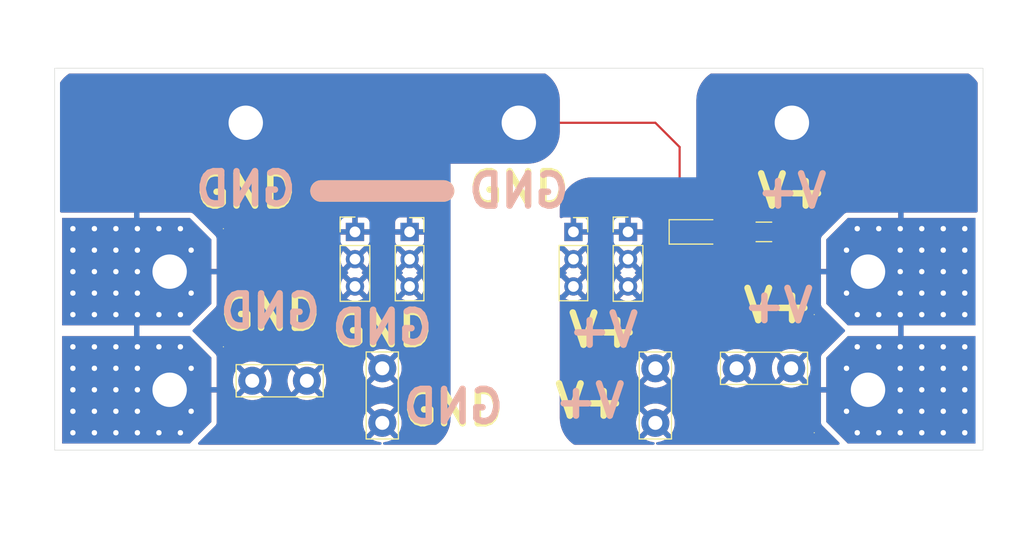
<source format=kicad_pcb>
(kicad_pcb (version 20241229) (generator "pcbnew") (generator_version "9.0")
  (layers (0 "F.Cu" signal) (2 "B.Cu" signal) (13 "F.Paste" user) (15 "B.Paste" user) (5 "F.SilkS" user "F.Silkscreen") (7 "B.SilkS" user "B.Silkscreen") (1 "F.Mask" user) (3 "B.Mask" user) (25 "Edge.Cuts" user))
  (net 0 "")
  (net 1 "Net-(D1-A)")
  (net 2 "GND")
  (net 3 "VDC")
  (footprint "TestPoint:TestPoint_Bridge_Pitch5.08mm_Drill1.3mm" (layer "F.Cu") (at 165.1 101.6 90)
    (property "Reference" "J9" (hide yes))
    (property "Value" "Female_Banana - 105-0752-001")
    (fp_line (start -1.5 -1.5) (end 6.6 -1.5) (stroke (width 0.12)) (layer "F.SilkS"))
    (fp_line (start -1.5 -1.5) (end -1.5 1.5) (stroke (width 0.12)) (layer "F.SilkS"))
    (fp_line (start 6.6 1.5) (end 6.6 -1.5) (stroke (width 0.12)) (layer "F.SilkS"))
    (fp_line (start 6.6 1.5) (end -1.5 1.5) (stroke (width 0.12)) (layer "F.SilkS"))
    (pad "1" thru_hole circle (at 0 0 90) (size 2.6 2.6) (drill 1.3) (layers "*.Cu" "*.Mask") (net 3 "VDC"))
    (pad "1" thru_hole circle (at 5.08 0 90) (size 2.6 2.6) (drill 1.3) (layers "*.Cu" "*.Mask") (net 3 "VDC"))
  )
  (footprint "MountingHole:MountingHole_3.2mm_M3_Pad" (layer "F.Cu") (at 177.8 73.66)
    (property "Reference" "J1" (hide yes))
    (property "Value" "Conn_01x01")
    (pad "1" thru_hole circle (at 0 0) (size 6.4 6.4) (drill 3.2) (layers "*.Cu" "*.Mask") (net 3 "VDC"))
  )
  (footprint "TestPoint:TestPoint_Bridge_Pitch5.08mm_Drill1.3mm" (layer "F.Cu") (at 127.605 97.68)
    (property "Reference" "J10" (hide yes))
    (property "Value" "Female_Banana - 105-0753-001")
    (fp_line (start -1.5 -1.5) (end -1.5 1.5) (stroke (width 0.12)) (layer "F.SilkS"))
    (fp_line (start -1.5 -1.5) (end 6.6 -1.5) (stroke (width 0.12)) (layer "F.SilkS"))
    (fp_line (start 6.6 1.5) (end -1.5 1.5) (stroke (width 0.12)) (layer "F.SilkS"))
    (fp_line (start 6.6 1.5) (end 6.6 -1.5) (stroke (width 0.12)) (layer "F.SilkS"))
    (pad "1" thru_hole circle (at 0 0) (size 2.6 2.6) (drill 1.3) (layers "*.Cu" "*.Mask") (net 2 "GND"))
    (pad "1" thru_hole circle (at 5.08 0) (size 2.6 2.6) (drill 1.3) (layers "*.Cu" "*.Mask") (net 2 "GND"))
  )
  (footprint "Connector_PinSocket_2.54mm:PinSocket_1x03_P2.54mm_Vertical" (layer "F.Cu") (at 157.48 83.82)
    (property "Reference" "J14" (hide yes))
    (property "Value" "Conn_01x03_Socket")
    (fp_line (start -1.33 1.27) (end -1.33 6.41) (stroke (width 0.12)) (layer "F.SilkS"))
    (fp_line (start -1.33 1.27) (end 1.33 1.27) (stroke (width 0.12)) (layer "F.SilkS"))
    (fp_line (start -1.33 6.41) (end 1.33 6.41) (stroke (width 0.12)) (layer "F.SilkS"))
    (fp_line (start 0 -1.33) (end 1.33 -1.33) (stroke (width 0.12)) (layer "F.SilkS"))
    (fp_line (start 1.33 -1.33) (end 1.33 0) (stroke (width 0.12)) (layer "F.SilkS"))
    (fp_line (start 1.33 1.27) (end 1.33 6.41) (stroke (width 0.12)) (layer "F.SilkS"))
    (pad "1" thru_hole rect (at 0 0) (size 1.7 1.7) (drill 1) (layers "*.Cu" "*.Mask") (net 3 "VDC"))
    (pad "2" thru_hole circle (at 0 2.54) (size 1.7 1.7) (drill 1) (layers "*.Cu" "*.Mask") (net 3 "VDC"))
    (pad "3" thru_hole circle (at 0 5.08) (size 1.7 1.7) (drill 1) (layers "*.Cu" "*.Mask") (net 3 "VDC"))
  )
  (footprint "TestPoint:TestPoint_Bridge_Pitch5.08mm_Drill1.3mm" (layer "F.Cu") (at 172.655 96.52)
    (property "Reference" "J8" (hide yes))
    (property "Value" "Female_Banana - 105-0752-001")
    (fp_line (start -1.5 -1.5) (end -1.5 1.5) (stroke (width 0.12)) (layer "F.SilkS"))
    (fp_line (start -1.5 -1.5) (end 6.6 -1.5) (stroke (width 0.12)) (layer "F.SilkS"))
    (fp_line (start 6.6 1.5) (end -1.5 1.5) (stroke (width 0.12)) (layer "F.SilkS"))
    (fp_line (start 6.6 1.5) (end 6.6 -1.5) (stroke (width 0.12)) (layer "F.SilkS"))
    (pad "1" thru_hole circle (at 0 0) (size 2.6 2.6) (drill 1.3) (layers "*.Cu" "*.Mask") (net 3 "VDC"))
    (pad "1" thru_hole circle (at 5.08 0) (size 2.6 2.6) (drill 1.3) (layers "*.Cu" "*.Mask") (net 3 "VDC"))
  )
  (footprint "MountingHole:MountingHole_3.2mm_M3_Pad" (layer "F.Cu") (at 152.4 73.66)
    (property "Reference" "J2" (hide yes))
    (property "Value" "Conn_01x01")
    (pad "1" thru_hole circle (at 0 0) (size 6.4 6.4) (drill 3.2) (layers "*.Cu" "*.Mask") (net 2 "GND"))
  )
  (footprint "Resistor_SMD:R_1206_3216Metric_Pad1.30x1.75mm_HandSolder" (layer "F.Cu") (at 175.195 83.82 180)
    (property "Reference" "R1" (hide yes))
    (property "Value" "R")
    (fp_line (start -0.727064 0.91) (end 0.727064 0.91) (stroke (width 0.12)) (layer "F.SilkS"))
    (fp_line (start -0.727064 -0.91) (end 0.727064 -0.91) (stroke (width 0.12)) (layer "F.SilkS"))
    (pad "1" smd roundrect (at -1.55 0 180) (size 1.3 1.75) (layers "F.Cu" "F.Mask" "F.Paste") (roundrect_rratio 0.192308) (net 3 "VDC"))
    (pad "2" smd roundrect (at 1.55 0 180) (size 1.3 1.75) (layers "F.Cu" "F.Mask" "F.Paste") (roundrect_rratio 0.192308) (net 1 "Net-(D1-A)"))
  )
  (footprint "Connector_PinHeader_2.54mm:PinHeader_1x03_P2.54mm_Vertical" (layer "F.Cu") (at 137.16 83.82)
    (property "Reference" "J13" (hide yes))
    (property "Value" "Conn_01x03_Pin")
    (fp_line (start -1.38 -1.38) (end 0 -1.38) (stroke (width 0.12)) (layer "F.SilkS"))
    (fp_line (start -1.38 0) (end -1.38 -1.38) (stroke (width 0.12)) (layer "F.SilkS"))
    (fp_line (start -1.38 1.27) (end -1.38 6.46) (stroke (width 0.12)) (layer "F.SilkS"))
    (fp_line (start -1.38 1.27) (end 1.38 1.27) (stroke (width 0.12)) (layer "F.SilkS"))
    (fp_line (start -1.38 6.46) (end 1.38 6.46) (stroke (width 0.12)) (layer "F.SilkS"))
    (fp_line (start 1.38 1.27) (end 1.38 6.46) (stroke (width 0.12)) (layer "F.SilkS"))
    (pad "1" thru_hole rect (at 0 0) (size 1.7 1.7) (drill 1) (layers "*.Cu" "*.Mask") (net 2 "GND"))
    (pad "2" thru_hole circle (at 0 2.54) (size 1.7 1.7) (drill 1) (layers "*.Cu" "*.Mask") (net 2 "GND"))
    (pad "3" thru_hole circle (at 0 5.08) (size 1.7 1.7) (drill 1) (layers "*.Cu" "*.Mask") (net 2 "GND"))
  )
  (footprint "00-footprint-lib:EdgeAlligatorConnector" (layer "F.Cu") (at 180.88 87.52 90)
    (property "Reference" "J7" (hide yes))
    (property "Value" "Alligator_Terminal")
    (fp_line (start -4 -1) (end -4 -1) (stroke (width 0.1)) (layer "F.SilkS"))
    (pad "1" thru_hole circle (at -4 3 90) (size 1 1) (drill 0.5) (layers "*.Cu" "*.Mask") (net 3 "VDC"))
    (pad "1" thru_hole circle (at -4 5 90) (size 1 1) (drill 0.5) (layers "*.Cu" "*.Mask") (net 3 "VDC"))
    (pad "1" thru_hole circle (at -4 7 90) (size 1 1) (drill 0.5) (layers "*.Cu" "*.Mask") (net 3 "VDC"))
    (pad "1" thru_hole circle (at -4 9 90) (size 1 1) (drill 0.5) (layers "*.Cu" "*.Mask") (net 3 "VDC"))
    (pad "1" thru_hole circle (at -4 11 90) (size 1 1) (drill 0.5) (layers "*.Cu" "*.Mask") (net 3 "VDC"))
    (pad "1" thru_hole circle (at -4 13 90) (size 1 1) (drill 0.5) (layers "*.Cu" "*.Mask") (net 3 "VDC"))
    (pad "1" thru_hole circle (at -2 2 90) (size 1 1) (drill 0.5) (layers "*.Cu" "*.Mask") (net 3 "VDC"))
    (pad "1" thru_hole circle (at -2 7 90) (size 1 1) (drill 0.5) (layers "*.Cu" "*.Mask") (net 3 "VDC"))
    (pad "1" thru_hole circle (at -2 9 90) (size 1 1) (drill 0.5) (layers "*.Cu" "*.Mask") (net 3 "VDC"))
    (pad "1" thru_hole circle (at -2 11 90) (size 1 1) (drill 0.5) (layers "*.Cu" "*.Mask") (net 3 "VDC"))
    (pad "1" thru_hole circle (at -2 13 90) (size 1 1) (drill 0.5) (layers "*.Cu" "*.Mask") (net 3 "VDC"))
    (pad "1" thru_hole circle (at 0 4 90) (size 3.5 3.5) (drill 3.2) (layers "*.Cu" "*.Mask") (net 3 "VDC"))
    (pad "1" thru_hole circle (at 0 7 90) (size 1 1) (drill 0.5) (layers "*.Cu" "*.Mask") (net 3 "VDC"))
    (pad "1" smd roundrect (at 0 7.06 90) (size 10 13.88) (layers "F.Cu" "F.Mask") (roundrect_rratio 0) (chamfer_ratio 0.2) (chamfer top_left top_right) (net 3 "VDC"))
    (pad "1" smd roundrect (at 0 7.06 90) (size 10 13.88) (layers "B.Cu" "B.Mask") (roundrect_rratio 0) (chamfer_ratio 0.2) (chamfer top_left top_right) (net 3 "VDC"))
    (pad "1" thru_hole circle (at 0 9 90) (size 1 1) (drill 0.5) (layers "*.Cu" "*.Mask") (net 3 "VDC"))
    (pad "1" thru_hole circle (at 0 11 90) (size 1 1) (drill 0.5) (layers "*.Cu" "*.Mask") (net 3 "VDC"))
    (pad "1" thru_hole circle (at 0 13 90) (size 1 1) (drill 0.5) (layers "*.Cu" "*.Mask") (net 3 "VDC"))
    (pad "1" thru_hole circle (at 2 2 90) (size 1 1) (drill 0.5) (layers "*.Cu" "*.Mask") (net 3 "VDC"))
    (pad "1" thru_hole circle (at 2 7 90) (size 1 1) (drill 0.5) (layers "*.Cu" "*.Mask") (net 3 "VDC"))
    (pad "1" thru_hole circle (at 2 9 90) (size 1 1) (drill 0.5) (layers "*.Cu" "*.Mask") (net 3 "VDC"))
    (pad "1" thru_hole circle (at 2 11 90) (size 1 1) (drill 0.5) (layers "*.Cu" "*.Mask") (net 3 "VDC"))
    (pad "1" thru_hole circle (at 2 13 90) (size 1 1) (drill 0.5) (layers "*.Cu" "*.Mask") (net 3 "VDC"))
    (pad "1" thru_hole circle (at 4 3 90) (size 1 1) (drill 0.5) (layers "*.Cu" "*.Mask") (net 3 "VDC"))
    (pad "1" thru_hole circle (at 4 5 90) (size 1 1) (drill 0.5) (layers "*.Cu" "*.Mask") (net 3 "VDC"))
    (pad "1" thru_hole circle (at 4 7 90) (size 1 1) (drill 0.5) (layers "*.Cu" "*.Mask") (net 3 "VDC"))
    (pad "1" thru_hole circle (at 4 9 90) (size 1 1) (drill 0.5) (layers "*.Cu" "*.Mask") (net 3 "VDC"))
    (pad "1" thru_hole circle (at 4 11 90) (size 1 1) (drill 0.5) (layers "*.Cu" "*.Mask") (net 3 "VDC"))
    (pad "1" thru_hole circle (at 4 13 90) (size 1 1) (drill 0.5) (layers "*.Cu" "*.Mask") (net 3 "VDC"))
  )
  (footprint "LED_SMD:LED_1206_3216Metric_Pad1.42x1.75mm_HandSolder" (layer "F.Cu") (at 168.845 83.82)
    (property "Reference" "D1" (hide yes))
    (property "Value" "LED")
    (fp_line (start -2.46 -1.135) (end -2.46 1.135) (stroke (width 0.12)) (layer "F.SilkS"))
    (fp_line (start -2.46 1.135) (end 1.6 1.135) (stroke (width 0.12)) (layer "F.SilkS"))
    (fp_line (start 1.6 -1.135) (end -2.46 -1.135) (stroke (width 0.12)) (layer "F.SilkS"))
    (pad "1" smd roundrect (at -1.4875 0) (size 1.425 1.75) (layers "F.Cu" "F.Mask" "F.Paste") (roundrect_rratio 0.175439) (net 2 "GND"))
    (pad "2" smd roundrect (at 1.4875 0) (size 1.425 1.75) (layers "F.Cu" "F.Mask" "F.Paste") (roundrect_rratio 0.175439) (net 1 "Net-(D1-A)"))
  )
  (footprint "00-footprint-lib:EdgeAlligatorConnector" (layer "F.Cu") (at 123.92 87.52 -90)
    (property "Reference" "J4" (hide yes))
    (property "Value" "Alligator_Terminal")
    (fp_line (start -4 -1) (end -4 -1) (stroke (width 0.1)) (layer "F.SilkS"))
    (pad "1" thru_hole circle (at -4 3 270) (size 1 1) (drill 0.5) (layers "*.Cu" "*.Mask") (net 2 "GND"))
    (pad "1" thru_hole circle (at -4 5 270) (size 1 1) (drill 0.5) (layers "*.Cu" "*.Mask") (net 2 "GND"))
    (pad "1" thru_hole circle (at -4 7 270) (size 1 1) (drill 0.5) (layers "*.Cu" "*.Mask") (net 2 "GND"))
    (pad "1" thru_hole circle (at -4 9 270) (size 1 1) (drill 0.5) (layers "*.Cu" "*.Mask") (net 2 "GND"))
    (pad "1" thru_hole circle (at -4 11 270) (size 1 1) (drill 0.5) (layers "*.Cu" "*.Mask") (net 2 "GND"))
    (pad "1" thru_hole circle (at -4 13 270) (size 1 1) (drill 0.5) (layers "*.Cu" "*.Mask") (net 2 "GND"))
    (pad "1" thru_hole circle (at -2 2 270) (size 1 1) (drill 0.5) (layers "*.Cu" "*.Mask") (net 2 "GND"))
    (pad "1" thru_hole circle (at -2 7 270) (size 1 1) (drill 0.5) (layers "*.Cu" "*.Mask") (net 2 "GND"))
    (pad "1" thru_hole circle (at -2 9 270) (size 1 1) (drill 0.5) (layers "*.Cu" "*.Mask") (net 2 "GND"))
    (pad "1" thru_hole circle (at -2 11 270) (size 1 1) (drill 0.5) (layers "*.Cu" "*.Mask") (net 2 "GND"))
    (pad "1" thru_hole circle (at -2 13 270) (size 1 1) (drill 0.5) (layers "*.Cu" "*.Mask") (net 2 "GND"))
    (pad "1" thru_hole circle (at 0 4 270) (size 3.5 3.5) (drill 3.2) (layers "*.Cu" "*.Mask") (net 2 "GND"))
    (pad "1" thru_hole circle (at 0 7 270) (size 1 1) (drill 0.5) (layers "*.Cu" "*.Mask") (net 2 "GND"))
    (pad "1" smd roundrect (at 0 7.06 270) (size 10 13.88) (layers "F.Cu" "F.Mask") (roundrect_rratio 0) (chamfer_ratio 0.2) (chamfer top_left top_right) (net 2 "GND"))
    (pad "1" smd roundrect (at 0 7.06 270) (size 10 13.88) (layers "B.Cu" "B.Mask") (roundrect_rratio 0) (chamfer_ratio 0.2) (chamfer top_left top_right) (net 2 "GND"))
    (pad "1" thru_hole circle (at 0 9 270) (size 1 1) (drill 0.5) (layers "*.Cu" "*.Mask") (net 2 "GND"))
    (pad "1" thru_hole circle (at 0 11 270) (size 1 1) (drill 0.5) (layers "*.Cu" "*.Mask") (net 2 "GND"))
    (pad "1" thru_hole circle (at 0 13 270) (size 1 1) (drill 0.5) (layers "*.Cu" "*.Mask") (net 2 "GND"))
    (pad "1" thru_hole circle (at 2 2 270) (size 1 1) (drill 0.5) (layers "*.Cu" "*.Mask") (net 2 "GND"))
    (pad "1" thru_hole circle (at 2 7 270) (size 1 1) (drill 0.5) (layers "*.Cu" "*.Mask") (net 2 "GND"))
    (pad "1" thru_hole circle (at 2 9 270) (size 1 1) (drill 0.5) (layers "*.Cu" "*.Mask") (net 2 "GND"))
    (pad "1" thru_hole circle (at 2 11 270) (size 1 1) (drill 0.5) (layers "*.Cu" "*.Mask") (net 2 "GND"))
    (pad "1" thru_hole circle (at 2 13 270) (size 1 1) (drill 0.5) (layers "*.Cu" "*.Mask") (net 2 "GND"))
    (pad "1" thru_hole circle (at 4 3 270) (size 1 1) (drill 0.5) (layers "*.Cu" "*.Mask") (net 2 "GND"))
    (pad "1" thru_hole circle (at 4 5 270) (size 1 1) (drill 0.5) (layers "*.Cu" "*.Mask") (net 2 "GND"))
    (pad "1" thru_hole circle (at 4 7 270) (size 1 1) (drill 0.5) (layers "*.Cu" "*.Mask") (net 2 "GND"))
    (pad "1" thru_hole circle (at 4 9 270) (size 1 1) (drill 0.5) (layers "*.Cu" "*.Mask") (net 2 "GND"))
    (pad "1" thru_hole circle (at 4 11 270) (size 1 1) (drill 0.5) (layers "*.Cu" "*.Mask") (net 2 "GND"))
    (pad "1" thru_hole circle (at 4 13 270) (size 1 1) (drill 0.5) (layers "*.Cu" "*.Mask") (net 2 "GND"))
  )
  (footprint "00-footprint-lib:EdgeAlligatorConnector" (layer "F.Cu") (at 123.92 98.52 -90)
    (property "Reference" "J5" (hide yes))
    (property "Value" "Alligator_Terminal")
    (fp_line (start -4 -1) (end -4 -1) (stroke (width 0.1)) (layer "F.SilkS"))
    (pad "1" thru_hole circle (at -4 3 270) (size 1 1) (drill 0.5) (layers "*.Cu" "*.Mask") (net 2 "GND"))
    (pad "1" thru_hole circle (at -4 5 270) (size 1 1) (drill 0.5) (layers "*.Cu" "*.Mask") (net 2 "GND"))
    (pad "1" thru_hole circle (at -4 7 270) (size 1 1) (drill 0.5) (layers "*.Cu" "*.Mask") (net 2 "GND"))
    (pad "1" thru_hole circle (at -4 9 270) (size 1 1) (drill 0.5) (layers "*.Cu" "*.Mask") (net 2 "GND"))
    (pad "1" thru_hole circle (at -4 11 270) (size 1 1) (drill 0.5) (layers "*.Cu" "*.Mask") (net 2 "GND"))
    (pad "1" thru_hole circle (at -4 13 270) (size 1 1) (drill 0.5) (layers "*.Cu" "*.Mask") (net 2 "GND"))
    (pad "1" thru_hole circle (at -2 2 270) (size 1 1) (drill 0.5) (layers "*.Cu" "*.Mask") (net 2 "GND"))
    (pad "1" thru_hole circle (at -2 7 270) (size 1 1) (drill 0.5) (layers "*.Cu" "*.Mask") (net 2 "GND"))
    (pad "1" thru_hole circle (at -2 9 270) (size 1 1) (drill 0.5) (layers "*.Cu" "*.Mask") (net 2 "GND"))
    (pad "1" thru_hole circle (at -2 11 270) (size 1 1) (drill 0.5) (layers "*.Cu" "*.Mask") (net 2 "GND"))
    (pad "1" thru_hole circle (at -2 13 270) (size 1 1) (drill 0.5) (layers "*.Cu" "*.Mask") (net 2 "GND"))
    (pad "1" thru_hole circle (at 0 4 270) (size 3.5 3.5) (drill 3.2) (layers "*.Cu" "*.Mask") (net 2 "GND"))
    (pad "1" thru_hole circle (at 0 7 270) (size 1 1) (drill 0.5) (layers "*.Cu" "*.Mask") (net 2 "GND"))
    (pad "1" smd roundrect (at 0 7.06 270) (size 10 13.88) (layers "F.Cu" "F.Mask") (roundrect_rratio 0) (chamfer_ratio 0.2) (chamfer top_left top_right) (net 2 "GND"))
    (pad "1" smd roundrect (at 0 7.06 270) (size 10 13.88) (layers "B.Cu" "B.Mask") (roundrect_rratio 0) (chamfer_ratio 0.2) (chamfer top_left top_right) (net 2 "GND"))
    (pad "1" thru_hole circle (at 0 9 270) (size 1 1) (drill 0.5) (layers "*.Cu" "*.Mask") (net 2 "GND"))
    (pad "1" thru_hole circle (at 0 11 270) (size 1 1) (drill 0.5) (layers "*.Cu" "*.Mask") (net 2 "GND"))
    (pad "1" thru_hole circle (at 0 13 270) (size 1 1) (drill 0.5) (layers "*.Cu" "*.Mask") (net 2 "GND"))
    (pad "1" thru_hole circle (at 2 2 270) (size 1 1) (drill 0.5) (layers "*.Cu" "*.Mask") (net 2 "GND"))
    (pad "1" thru_hole circle (at 2 7 270) (size 1 1) (drill 0.5) (layers "*.Cu" "*.Mask") (net 2 "GND"))
    (pad "1" thru_hole circle (at 2 9 270) (size 1 1) (drill 0.5) (layers "*.Cu" "*.Mask") (net 2 "GND"))
    (pad "1" thru_hole circle (at 2 11 270) (size 1 1) (drill 0.5) (layers "*.Cu" "*.Mask") (net 2 "GND"))
    (pad "1" thru_hole circle (at 2 13 270) (size 1 1) (drill 0.5) (layers "*.Cu" "*.Mask") (net 2 "GND"))
    (pad "1" thru_hole circle (at 4 3 270) (size 1 1) (drill 0.5) (layers "*.Cu" "*.Mask") (net 2 "GND"))
    (pad "1" thru_hole circle (at 4 5 270) (size 1 1) (drill 0.5) (layers "*.Cu" "*.Mask") (net 2 "GND"))
    (pad "1" thru_hole circle (at 4 7 270) (size 1 1) (drill 0.5) (layers "*.Cu" "*.Mask") (net 2 "GND"))
    (pad "1" thru_hole circle (at 4 9 270) (size 1 1) (drill 0.5) (layers "*.Cu" "*.Mask") (net 2 "GND"))
    (pad "1" thru_hole circle (at 4 11 270) (size 1 1) (drill 0.5) (layers "*.Cu" "*.Mask") (net 2 "GND"))
    (pad "1" thru_hole circle (at 4 13 270) (size 1 1) (drill 0.5) (layers "*.Cu" "*.Mask") (net 2 "GND"))
  )
  (footprint "MountingHole:MountingHole_3.2mm_M3_Pad" (layer "F.Cu") (at 127 73.66)
    (property "Reference" "J3" (hide yes))
    (property "Value" "Conn_01x01")
    (pad "1" thru_hole circle (at 0 0) (size 6.4 6.4) (drill 3.2) (layers "*.Cu" "*.Mask") (net 2 "GND"))
  )
  (footprint "00-footprint-lib:EdgeAlligatorConnector" (layer "F.Cu") (at 180.88 98.52 90)
    (property "Reference" "J6" (hide yes))
    (property "Value" "Alligator_Terminal")
    (fp_line (start -4 -1) (end -4 -1) (stroke (width 0.1)) (layer "F.SilkS"))
    (pad "1" thru_hole circle (at -4 3 90) (size 1 1) (drill 0.5) (layers "*.Cu" "*.Mask") (net 3 "VDC"))
    (pad "1" thru_hole circle (at -4 5 90) (size 1 1) (drill 0.5) (layers "*.Cu" "*.Mask") (net 3 "VDC"))
    (pad "1" thru_hole circle (at -4 7 90) (size 1 1) (drill 0.5) (layers "*.Cu" "*.Mask") (net 3 "VDC"))
    (pad "1" thru_hole circle (at -4 9 90) (size 1 1) (drill 0.5) (layers "*.Cu" "*.Mask") (net 3 "VDC"))
    (pad "1" thru_hole circle (at -4 11 90) (size 1 1) (drill 0.5) (layers "*.Cu" "*.Mask") (net 3 "VDC"))
    (pad "1" thru_hole circle (at -4 13 90) (size 1 1) (drill 0.5) (layers "*.Cu" "*.Mask") (net 3 "VDC"))
    (pad "1" thru_hole circle (at -2 2 90) (size 1 1) (drill 0.5) (layers "*.Cu" "*.Mask") (net 3 "VDC"))
    (pad "1" thru_hole circle (at -2 7 90) (size 1 1) (drill 0.5) (layers "*.Cu" "*.Mask") (net 3 "VDC"))
    (pad "1" thru_hole circle (at -2 9 90) (size 1 1) (drill 0.5) (layers "*.Cu" "*.Mask") (net 3 "VDC"))
    (pad "1" thru_hole circle (at -2 11 90) (size 1 1) (drill 0.5) (layers "*.Cu" "*.Mask") (net 3 "VDC"))
    (pad "1" thru_hole circle (at -2 13 90) (size 1 1) (drill 0.5) (layers "*.Cu" "*.Mask") (net 3 "VDC"))
    (pad "1" thru_hole circle (at 0 4 90) (size 3.5 3.5) (drill 3.2) (layers "*.Cu" "*.Mask") (net 3 "VDC"))
    (pad "1" thru_hole circle (at 0 7 90) (size 1 1) (drill 0.5) (layers "*.Cu" "*.Mask") (net 3 "VDC"))
    (pad "1" smd roundrect (at 0 7.06 90) (size 10 13.88) (layers "F.Cu" "F.Mask") (roundrect_rratio 0) (chamfer_ratio 0.2) (chamfer top_left top_right) (net 3 "VDC"))
    (pad "1" smd roundrect (at 0 7.06 90) (size 10 13.88) (layers "B.Cu" "B.Mask") (roundrect_rratio 0) (chamfer_ratio 0.2) (chamfer top_left top_right) (net 3 "VDC"))
    (pad "1" thru_hole circle (at 0 9 90) (size 1 1) (drill 0.5) (layers "*.Cu" "*.Mask") (net 3 "VDC"))
    (pad "1" thru_hole circle (at 0 11 90) (size 1 1) (drill 0.5) (layers "*.Cu" "*.Mask") (net 3 "VDC"))
    (pad "1" thru_hole circle (at 0 13 90) (size 1 1) (drill 0.5) (layers "*.Cu" "*.Mask") (net 3 "VDC"))
    (pad "1" thru_hole circle (at 2 2 90) (size 1 1) (drill 0.5) (layers "*.Cu" "*.Mask") (net 3 "VDC"))
    (pad "1" thru_hole circle (at 2 7 90) (size 1 1) (drill 0.5) (layers "*.Cu" "*.Mask") (net 3 "VDC"))
    (pad "1" thru_hole circle (at 2 9 90) (size 1 1) (drill 0.5) (layers "*.Cu" "*.Mask") (net 3 "VDC"))
    (pad "1" thru_hole circle (at 2 11 90) (size 1 1) (drill 0.5) (layers "*.Cu" "*.Mask") (net 3 "VDC"))
    (pad "1" thru_hole circle (at 2 13 90) (size 1 1) (drill 0.5) (layers "*.Cu" "*.Mask") (net 3 "VDC"))
    (pad "1" thru_hole circle (at 4 3 90) (size 1 1) (drill 0.5) (layers "*.Cu" "*.Mask") (net 3 "VDC"))
    (pad "1" thru_hole circle (at 4 5 90) (size 1 1) (drill 0.5) (layers "*.Cu" "*.Mask") (net 3 "VDC"))
    (pad "1" thru_hole circle (at 4 7 90) (size 1 1) (drill 0.5) (layers "*.Cu" "*.Mask") (net 3 "VDC"))
    (pad "1" thru_hole circle (at 4 9 90) (size 1 1) (drill 0.5) (layers "*.Cu" "*.Mask") (net 3 "VDC"))
    (pad "1" thru_hole circle (at 4 11 90) (size 1 1) (drill 0.5) (layers "*.Cu" "*.Mask") (net 3 "VDC"))
    (pad "1" thru_hole circle (at 4 13 90) (size 1 1) (drill 0.5) (layers "*.Cu" "*.Mask") (net 3 "VDC"))
  )
  (footprint "Connector_PinSocket_2.54mm:PinSocket_1x03_P2.54mm_Vertical" (layer "F.Cu") (at 142.24 83.82)
    (property "Reference" "J15" (hide yes))
    (property "Value" "Conn_01x03_Socket")
    (fp_line (start -1.33 1.27) (end -1.33 6.41) (stroke (width 0.12)) (layer "F.SilkS"))
    (fp_line (start -1.33 1.27) (end 1.33 1.27) (stroke (width 0.12)) (layer "F.SilkS"))
    (fp_line (start -1.33 6.41) (end 1.33 6.41) (stroke (width 0.12)) (layer "F.SilkS"))
    (fp_line (start 0 -1.33) (end 1.33 -1.33) (stroke (width 0.12)) (layer "F.SilkS"))
    (fp_line (start 1.33 -1.33) (end 1.33 0) (stroke (width 0.12)) (layer "F.SilkS"))
    (fp_line (start 1.33 1.27) (end 1.33 6.41) (stroke (width 0.12)) (layer "F.SilkS"))
    (pad "1" thru_hole rect (at 0 0) (size 1.7 1.7) (drill 1) (layers "*.Cu" "*.Mask") (net 2 "GND"))
    (pad "2" thru_hole circle (at 0 2.54) (size 1.7 1.7) (drill 1) (layers "*.Cu" "*.Mask") (net 2 "GND"))
    (pad "3" thru_hole circle (at 0 5.08) (size 1.7 1.7) (drill 1) (layers "*.Cu" "*.Mask") (net 2 "GND"))
  )
  (footprint "TestPoint:TestPoint_Bridge_Pitch5.08mm_Drill1.3mm" (layer "F.Cu") (at 139.7 101.6 90)
    (property "Reference" "J11" (hide yes))
    (property "Value" "Female_Banana - 105-0753-001")
    (fp_line (start -1.5 -1.5) (end 6.6 -1.5) (stroke (width 0.12)) (layer "F.SilkS"))
    (fp_line (start -1.5 -1.5) (end -1.5 1.5) (stroke (width 0.12)) (layer "F.SilkS"))
    (fp_line (start 6.6 1.5) (end 6.6 -1.5) (stroke (width 0.12)) (layer "F.SilkS"))
    (fp_line (start 6.6 1.5) (end -1.5 1.5) (stroke (width 0.12)) (layer "F.SilkS"))
    (pad "1" thru_hole circle (at 0 0 90) (size 2.6 2.6) (drill 1.3) (layers "*.Cu" "*.Mask") (net 2 "GND"))
    (pad "1" thru_hole circle (at 5.08 0 90) (size 2.6 2.6) (drill 1.3) (layers "*.Cu" "*.Mask") (net 2 "GND"))
  )
  (footprint "Connector_PinHeader_2.54mm:PinHeader_1x03_P2.54mm_Vertical" (layer "F.Cu") (at 162.56 83.82)
    (property "Reference" "J12" (hide yes))
    (property "Value" "Conn_01x03_Pin")
    (fp_line (start -1.38 -1.38) (end 0 -1.38) (stroke (width 0.12)) (layer "F.SilkS"))
    (fp_line (start -1.38 0) (end -1.38 -1.38) (stroke (width 0.12)) (layer "F.SilkS"))
    (fp_line (start -1.38 1.27) (end -1.38 6.46) (stroke (width 0.12)) (layer "F.SilkS"))
    (fp_line (start -1.38 1.27) (end 1.38 1.27) (stroke (width 0.12)) (layer "F.SilkS"))
    (fp_line (start -1.38 6.46) (end 1.38 6.46) (stroke (width 0.12)) (layer "F.SilkS"))
    (fp_line (start 1.38 1.27) (end 1.38 6.46) (stroke (width 0.12)) (layer "F.SilkS"))
    (pad "1" thru_hole rect (at 0 0) (size 1.7 1.7) (drill 1) (layers "*.Cu" "*.Mask") (net 3 "VDC"))
    (pad "2" thru_hole circle (at 0 2.54) (size 1.7 1.7) (drill 1) (layers "*.Cu" "*.Mask") (net 3 "VDC"))
    (pad "3" thru_hole circle (at 0 5.08) (size 1.7 1.7) (drill 1) (layers "*.Cu" "*.Mask") (net 3 "VDC"))
  )
  (gr_line (start 134 80.01) (end 145.4 80.01) (stroke (width 2)) (layer "F.SilkS"))
  (gr_line (start 145.4 80.01) (end 134 80.01) (stroke (width 2)) (layer "B.SilkS"))
  (gr_rect (start 109.22 68.58) (end 195.58 104.14) (stroke (width 0.05)) (fill no) (layer "Edge.Cuts"))
  (gr_text "V+" (at 177.8 80.01 0) (layer "F.SilkS") (effects (font (size 3 3) (thickness 0.6) (bold yes))))
  (gr_text "V+" (at 159.004 99.568 0) (layer "F.SilkS") (effects (font (size 3 3) (thickness 0.6) (bold yes))))
  (gr_text "GND" (at 127 80.01 0) (layer "F.SilkS") (effects (font (size 3 3) (thickness 0.6) (bold yes))))
  (gr_text "GND" (at 152.4 79.81 0) (layer "F.SilkS") (effects (font (size 3 3) (thickness 0.6) (bold yes))))
  (gr_text "GND" (at 146.304 100.276 0) (layer "F.SilkS") (effects (font (size 3 3) (thickness 0.6) (bold yes))))
  (gr_text "V+" (at 160.274 92.964 0) (layer "F.SilkS") (effects (font (size 3 3) (thickness 0.6) (bold yes))))
  (gr_text "V+" (at 176.53 90.678 0) (layer "F.SilkS") (effects (font (size 3 3) (thickness 0.6) (bold yes))))
  (gr_text "GND" (at 129.286 91.386 0) (layer "F.SilkS") (effects (font (size 3 3) (thickness 0.6) (bold yes))))
  (gr_text "GND" (at 139.7 92.91 0) (layer "F.SilkS") (effects (font (size 3 3) (thickness 0.6) (bold yes))))
  (gr_text "GND" (at 146.304 100.076 -0) (layer "B.SilkS") (effects (font (size 3 3) (thickness 0.6) (bold yes)) (justify mirror)))
  (gr_text "V+" (at 177.8 80.01 0) (layer "B.SilkS") (effects (font (size 3 3) (thickness 0.6) (bold yes)) (justify mirror)))
  (gr_text "V+" (at 159.004 99.568 0) (layer "B.SilkS") (effects (font (size 3 3) (thickness 0.6) (bold yes)) (justify mirror)))
  (gr_text "V+" (at 160.274 92.964 0) (layer "B.SilkS") (effects (font (size 3 3) (thickness 0.6) (bold yes)) (justify mirror)))
  (gr_text "GND" (at 127 79.81 -0) (layer "B.SilkS") (effects (font (size 3 3) (thickness 0.6) (bold yes)) (justify mirror)))
  (gr_text "GND" (at 129.286 91.186 -0) (layer "B.SilkS") (effects (font (size 3 3) (thickness 0.6) (bold yes)) (justify mirror)))
  (gr_text "V+" (at 176.53 90.678 0) (layer "B.SilkS") (effects (font (size 3 3) (thickness 0.6) (bold yes)) (justify mirror)))
  (gr_text "GND" (at 139.7 92.71 -0) (layer "B.SilkS") (effects (font (size 3 3) (thickness 0.6) (bold yes)) (justify mirror)))
  (gr_text "GND" (at 152.4 80.01 -0) (layer "B.SilkS") (effects (font (size 3 3) (thickness 0.6) (bold yes)) (justify mirror)))
  (segment (start 170.3325 83.82) (end 173.645 83.82) (width 0.2) (layer "F.Cu") (net 1))
  (segment (start 165.1 73.66) (end 152.4 73.66) (width 0.2) (layer "F.Cu") (net 2))
  (segment (start 167.3575 83.82) (end 167.3575 75.9175) (width 0.2) (layer "F.Cu") (net 2))
  (segment (start 167.3575 75.9175) (end 165.1 73.66) (width 0.2) (layer "F.Cu") (net 2))
  (zone (net 2) (net_name "GND") (layers "F.Cu" "B.Cu") (priority 1) (connect_pads (clearance 0.5)) (min_thickness 0.25) (fill yes (thermal_gap 0.5) (thermal_bridge_width 0.5) (smoothing fillet) (radius 3))
    (polygon (pts (xy 156.21 66.04) (xy 156.21 77.47) (xy 146.05 77.47) (xy 146.05 107.95) (xy 104.14 107.95) (xy 105.41 62.23)))
  )
  (zone (net 3) (net_name "VDC") (layers "F.Cu" "B.Cu") (connect_pads (clearance 0.5)) (min_thickness 0.25) (fill yes (thermal_gap 0.5) (thermal_bridge_width 0.5) (smoothing fillet) (radius 3))
    (polygon (pts (xy 168.91 66.04) (xy 168.91 78.74) (xy 156.21 78.74) (xy 156.21 106.68) (xy 199.39 106.68) (xy 198.12 63.5)))
  )
)
</source>
